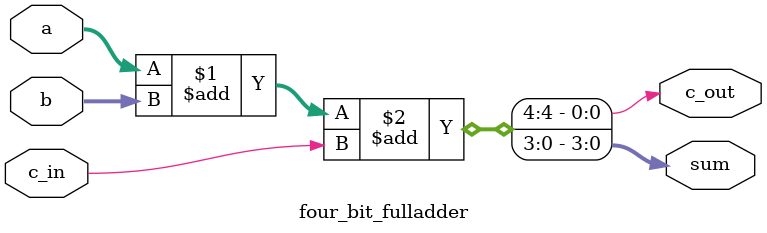
<source format=v>
`timescale 1ns / 1ps


module four_bit_fulladder(input  [3:0] a, b,input c_in,output [3:0] sum,output c_out);
assign {c_out, sum} = a + b + c_in;
endmodule

</source>
